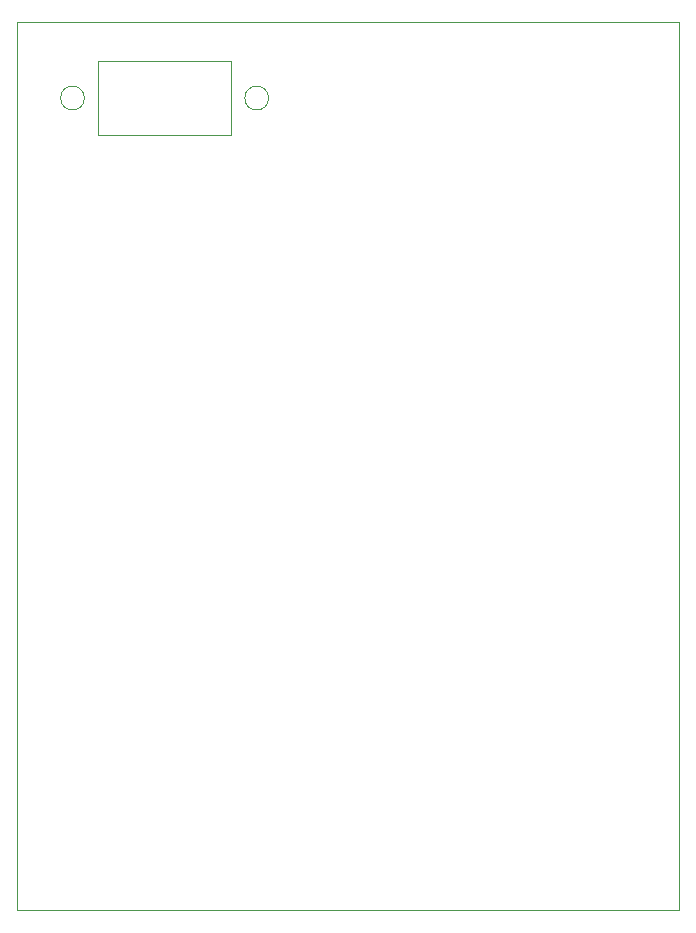
<source format=gbr>
%TF.GenerationSoftware,KiCad,Pcbnew,(6.0.1)*%
%TF.CreationDate,2022-04-06T09:12:37+03:00*%
%TF.ProjectId,shield MCU V3,73686965-6c64-4204-9d43-552056332e6b,rev?*%
%TF.SameCoordinates,Original*%
%TF.FileFunction,Profile,NP*%
%FSLAX46Y46*%
G04 Gerber Fmt 4.6, Leading zero omitted, Abs format (unit mm)*
G04 Created by KiCad (PCBNEW (6.0.1)) date 2022-04-06 09:12:37*
%MOMM*%
%LPD*%
G01*
G04 APERTURE LIST*
%TA.AperFunction,Profile*%
%ADD10C,0.100000*%
%TD*%
%TA.AperFunction,Profile*%
%ADD11C,0.120000*%
%TD*%
G04 APERTURE END LIST*
D10*
X102997000Y-65913000D02*
X159004000Y-65913000D01*
X159004000Y-65913000D02*
X159004000Y-141097000D01*
X159004000Y-141097000D02*
X102997000Y-141097000D01*
X102997000Y-141097000D02*
X102997000Y-65913000D01*
D11*
%TO.C,REF\u002A\u002A*%
X109855000Y-75488800D02*
X121132600Y-75488800D01*
X121132600Y-75488800D02*
X121132600Y-69189600D01*
X121132600Y-69189600D02*
X109855000Y-69189600D01*
X109855000Y-69189600D02*
X109855000Y-75488800D01*
X124282200Y-72339200D02*
G75*
G03*
X124282200Y-72339200I-1008351J0D01*
G01*
X108686601Y-72339200D02*
G75*
G03*
X108686601Y-72339200I-1005789J0D01*
G01*
%TD*%
M02*

</source>
